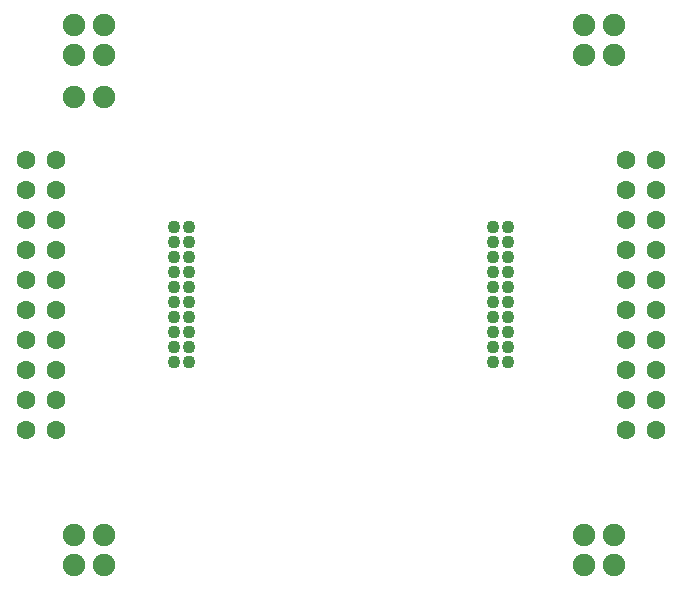
<source format=gbs>
G04 Layer: BottomSolderMaskLayer*
G04 EasyEDA v6.5.44, 2024-09-01 09:52:19*
G04 b4576de5f8ba4d03ab64208176f03f1d,a54f91b67bf74260adec70c9c35cfc8e,10*
G04 Gerber Generator version 0.2*
G04 Scale: 100 percent, Rotated: No, Reflected: No *
G04 Dimensions in millimeters *
G04 leading zeros omitted , absolute positions ,4 integer and 5 decimal *
%FSLAX45Y45*%
%MOMM*%

%ADD10C,1.1000*%
%ADD11C,1.6016*%
%ADD12C,1.9032*%

%LPD*%
D10*
G01*
X1286510Y190500D03*
G01*
X1413510Y190500D03*
G01*
X1286510Y63500D03*
G01*
X1413510Y63500D03*
G01*
X1286510Y-63500D03*
G01*
X1413510Y-63500D03*
G01*
X1286510Y-190500D03*
G01*
X1413510Y-190500D03*
G01*
X1286510Y-317500D03*
G01*
X1413510Y-317500D03*
G01*
X1286510Y-444500D03*
G01*
X1413510Y-444500D03*
G01*
X1286510Y-571500D03*
G01*
X1413510Y-571500D03*
G01*
X1413510Y317500D03*
G01*
X1286510Y317500D03*
G01*
X1413510Y444500D03*
G01*
X1286510Y444500D03*
G01*
X1286510Y571500D03*
G01*
X1413510Y571500D03*
G01*
X-1413484Y190500D03*
G01*
X-1286484Y190500D03*
G01*
X-1413484Y63500D03*
G01*
X-1286484Y63500D03*
G01*
X-1413484Y-63500D03*
G01*
X-1286484Y-63500D03*
G01*
X-1413484Y-190500D03*
G01*
X-1286484Y-190500D03*
G01*
X-1413484Y-317500D03*
G01*
X-1286484Y-317500D03*
G01*
X-1413484Y-444500D03*
G01*
X-1286484Y-444500D03*
G01*
X-1413484Y-571500D03*
G01*
X-1286484Y-571500D03*
G01*
X-1286484Y317500D03*
G01*
X-1413484Y317500D03*
G01*
X-1286484Y444500D03*
G01*
X-1413484Y444500D03*
G01*
X-1413484Y571500D03*
G01*
X-1286484Y571500D03*
D11*
G01*
X-2667000Y1142974D03*
G01*
X-2413000Y1143000D03*
G01*
X-2413000Y889000D03*
G01*
X-2667000Y889000D03*
G01*
X-2667000Y635000D03*
G01*
X-2413000Y635000D03*
G01*
X-2667000Y381000D03*
G01*
X-2413000Y381000D03*
G01*
X-2413000Y127000D03*
G01*
X-2667000Y127000D03*
G01*
X-2667000Y-127000D03*
G01*
X-2413000Y-127000D03*
G01*
X-2413000Y-381000D03*
G01*
X-2667000Y-381000D03*
G01*
X-2667000Y-635000D03*
G01*
X-2667000Y-889000D03*
G01*
X-2667000Y-1143000D03*
G01*
X-2413000Y-1143000D03*
G01*
X-2413000Y-889000D03*
G01*
X-2413000Y-635000D03*
G01*
X2413000Y1143000D03*
G01*
X2667000Y1143000D03*
G01*
X2413000Y889000D03*
G01*
X2667000Y889000D03*
G01*
X2667000Y635000D03*
G01*
X2413000Y635000D03*
G01*
X2413000Y381000D03*
G01*
X2667000Y381000D03*
G01*
X2667000Y127000D03*
G01*
X2413000Y127000D03*
G01*
X2413000Y-127000D03*
G01*
X2667000Y-127000D03*
G01*
X2413000Y-381000D03*
G01*
X2667000Y-381000D03*
G01*
X2413000Y-635000D03*
G01*
X2667000Y-635000D03*
G01*
X2413000Y-889000D03*
G01*
X2667000Y-889000D03*
G01*
X2413000Y-1143000D03*
G01*
X2667000Y-1143000D03*
D12*
G01*
X-2260600Y2286000D03*
G01*
X-2006600Y2286000D03*
G01*
X-2260600Y2032000D03*
G01*
X-2006600Y2032000D03*
G01*
X-2260600Y-2286000D03*
G01*
X-2260600Y-2032000D03*
G01*
X-2006600Y-2032000D03*
G01*
X-2006600Y-2286000D03*
G01*
X2311400Y-2032000D03*
G01*
X2057400Y2286000D03*
G01*
X2311400Y2286000D03*
G01*
X2311400Y2032000D03*
G01*
X2057400Y2032000D03*
G01*
X2057400Y-2032000D03*
G01*
X2057400Y-2286000D03*
G01*
X-2260600Y1676400D03*
G01*
X-2006600Y1676400D03*
G01*
X2311400Y-2286000D03*
M02*

</source>
